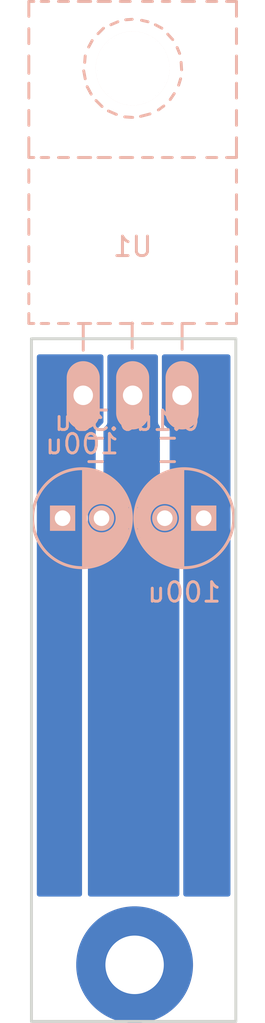
<source format=kicad_pcb>
(kicad_pcb (version 4) (host pcbnew 4.0.1-stable)

  (general
    (links 8)
    (no_connects 0)
    (area 142.399999 84.231999 154.800002 140.100002)
    (thickness 1.6)
    (drawings 4)
    (tracks 1)
    (zones 0)
    (modules 5)
    (nets 4)
  )

  (page A4)
  (layers
    (0 F.Cu signal)
    (31 B.Cu signal)
    (32 B.Adhes user)
    (33 F.Adhes user)
    (34 B.Paste user)
    (35 F.Paste user)
    (36 B.SilkS user)
    (37 F.SilkS user)
    (38 B.Mask user)
    (39 F.Mask user)
    (40 Dwgs.User user)
    (41 Cmts.User user)
    (42 Eco1.User user)
    (43 Eco2.User user)
    (44 Edge.Cuts user)
    (45 Margin user)
    (46 B.CrtYd user)
    (47 F.CrtYd user)
    (48 B.Fab user)
    (49 F.Fab user)
  )

  (setup
    (last_trace_width 0.25)
    (trace_clearance 0.2)
    (zone_clearance 0.2)
    (zone_45_only no)
    (trace_min 0.2)
    (segment_width 0.2)
    (edge_width 0.15)
    (via_size 0.6)
    (via_drill 0.4)
    (via_min_size 0.4)
    (via_min_drill 0.3)
    (user_via 6 3)
    (uvia_size 0.3)
    (uvia_drill 0.1)
    (uvias_allowed no)
    (uvia_min_size 0.2)
    (uvia_min_drill 0.1)
    (pcb_text_width 0.3)
    (pcb_text_size 1.5 1.5)
    (mod_edge_width 0.15)
    (mod_text_size 1 1)
    (mod_text_width 0.15)
    (pad_size 1.524 1.524)
    (pad_drill 0.762)
    (pad_to_mask_clearance 0.2)
    (aux_axis_origin 0 0)
    (visible_elements 7FFFFFFF)
    (pcbplotparams
      (layerselection 0x01000_80000000)
      (usegerberextensions false)
      (excludeedgelayer true)
      (linewidth 0.100000)
      (plotframeref false)
      (viasonmask false)
      (mode 1)
      (useauxorigin false)
      (hpglpennumber 1)
      (hpglpenspeed 20)
      (hpglpendiameter 15)
      (hpglpenoverlay 2)
      (psnegative false)
      (psa4output false)
      (plotreference true)
      (plotvalue true)
      (plotinvisibletext false)
      (padsonsilk false)
      (subtractmaskfromsilk false)
      (outputformat 1)
      (mirror false)
      (drillshape 0)
      (scaleselection 1)
      (outputdirectory ""))
  )

  (net 0 "")
  (net 1 +BATT)
  (net 2 GND)
  (net 3 +12V)

  (net_class Default "これは標準のネット クラスです。"
    (clearance 0.2)
    (trace_width 0.25)
    (via_dia 0.6)
    (via_drill 0.4)
    (uvia_dia 0.3)
    (uvia_drill 0.1)
    (add_net +12V)
    (add_net +BATT)
    (add_net GND)
  )

  (module Capacitors_SMD:C_0603 (layer B.Cu) (tedit 5B33665D) (tstamp 5B3365F0)
    (at 146.6 107.5)
    (descr "Capacitor SMD 0603, reflow soldering, AVX (see smccp.pdf)")
    (tags "capacitor 0603")
    (path /5B33B9B6)
    (attr smd)
    (fp_text reference C1 (at 0 1.9) (layer B.Fab)
      (effects (font (size 1 1) (thickness 0.15)) (justify mirror))
    )
    (fp_text value 0.33u (at 0 -1.5) (layer B.SilkS)
      (effects (font (size 1 1) (thickness 0.15)) (justify mirror))
    )
    (fp_line (start -0.8 -0.4) (end -0.8 0.4) (layer B.Fab) (width 0.15))
    (fp_line (start 0.8 -0.4) (end -0.8 -0.4) (layer B.Fab) (width 0.15))
    (fp_line (start 0.8 0.4) (end 0.8 -0.4) (layer B.Fab) (width 0.15))
    (fp_line (start -0.8 0.4) (end 0.8 0.4) (layer B.Fab) (width 0.15))
    (fp_line (start -1.45 0.75) (end 1.45 0.75) (layer B.CrtYd) (width 0.05))
    (fp_line (start -1.45 -0.75) (end 1.45 -0.75) (layer B.CrtYd) (width 0.05))
    (fp_line (start -1.45 0.75) (end -1.45 -0.75) (layer B.CrtYd) (width 0.05))
    (fp_line (start 1.45 0.75) (end 1.45 -0.75) (layer B.CrtYd) (width 0.05))
    (fp_line (start -0.35 0.6) (end 0.35 0.6) (layer B.SilkS) (width 0.15))
    (fp_line (start 0.35 -0.6) (end -0.35 -0.6) (layer B.SilkS) (width 0.15))
    (pad 1 smd rect (at -0.95 0) (size 1 1.2) (layers B.Cu B.Paste B.Mask)
      (net 1 +BATT))
    (pad 2 smd rect (at 0.93 0) (size 1 1.2) (layers B.Cu B.Paste B.Mask)
      (net 2 GND))
    (model Capacitors_SMD.3dshapes/C_0603.wrl
      (at (xyz 0 0 0))
      (scale (xyz 1 1 1))
      (rotate (xyz 0 0 0))
    )
  )

  (module Capacitors_SMD:C_0603 (layer B.Cu) (tedit 5B336657) (tstamp 5B3365F6)
    (at 150.3 107.5 180)
    (descr "Capacitor SMD 0603, reflow soldering, AVX (see smccp.pdf)")
    (tags "capacitor 0603")
    (path /5B33B958)
    (attr smd)
    (fp_text reference C2 (at 0 1.9 180) (layer B.Fab)
      (effects (font (size 1 1) (thickness 0.15)) (justify mirror))
    )
    (fp_text value 0.1u (at 0 1.5 180) (layer B.SilkS)
      (effects (font (size 1 1) (thickness 0.15)) (justify mirror))
    )
    (fp_line (start -0.8 -0.4) (end -0.8 0.4) (layer B.Fab) (width 0.15))
    (fp_line (start 0.8 -0.4) (end -0.8 -0.4) (layer B.Fab) (width 0.15))
    (fp_line (start 0.8 0.4) (end 0.8 -0.4) (layer B.Fab) (width 0.15))
    (fp_line (start -0.8 0.4) (end 0.8 0.4) (layer B.Fab) (width 0.15))
    (fp_line (start -1.45 0.75) (end 1.45 0.75) (layer B.CrtYd) (width 0.05))
    (fp_line (start -1.45 -0.75) (end 1.45 -0.75) (layer B.CrtYd) (width 0.05))
    (fp_line (start -1.45 0.75) (end -1.45 -0.75) (layer B.CrtYd) (width 0.05))
    (fp_line (start 1.45 0.75) (end 1.45 -0.75) (layer B.CrtYd) (width 0.05))
    (fp_line (start -0.35 0.6) (end 0.35 0.6) (layer B.SilkS) (width 0.15))
    (fp_line (start 0.35 -0.6) (end -0.35 -0.6) (layer B.SilkS) (width 0.15))
    (pad 1 smd rect (at -0.95 0 180) (size 1 1.2) (layers B.Cu B.Paste B.Mask)
      (net 3 +12V))
    (pad 2 smd rect (at 0.93 0 180) (size 1 1.2) (layers B.Cu B.Paste B.Mask)
      (net 2 GND))
    (model Capacitors_SMD.3dshapes/C_0603.wrl
      (at (xyz 0 0 0))
      (scale (xyz 1 1 1))
      (rotate (xyz 0 0 0))
    )
  )

  (module TO_SOT_Packages_THT:TO-220_Neutral123_Horizontal_MountedFromLS_LargePads (layer B.Cu) (tedit 5B3368EF) (tstamp 5B33660A)
    (at 148.5 104.7 180)
    (descr "TO-220, Neutral, Horizontal, Mounted from LS, large pads,")
    (tags "TO-220, Neutral, Horizontal, Mounted from LS, large pads,")
    (path /5B33B815)
    (fp_text reference U1 (at 0 7.62 180) (layer B.SilkS)
      (effects (font (size 1 1) (thickness 0.15)) (justify mirror))
    )
    (fp_text value L7812CV (at -1.016 -8.128 180) (layer B.Fab)
      (effects (font (size 1 1) (thickness 0.15)) (justify mirror))
    )
    (fp_line (start 0.0254 3.7084) (end 0.0254 2.413) (layer B.SilkS) (width 0.15))
    (fp_line (start -2.54 3.6576) (end -2.54 2.3622) (layer B.SilkS) (width 0.15))
    (fp_line (start 2.54 3.6576) (end 2.54 2.3114) (layer B.SilkS) (width 0.15))
    (fp_text user "Mounted from LS!" (at 0 12.7 180) (layer B.Fab)
      (effects (font (size 1 1) (thickness 0.15)) (justify mirror))
    )
    (fp_line (start -0.7874 19.1516) (end -0.4572 19.2278) (layer B.SilkS) (width 0.15))
    (fp_line (start -1.4986 18.8214) (end -1.1684 18.9992) (layer B.SilkS) (width 0.15))
    (fp_line (start -2.0574 18.2372) (end -1.8034 18.5166) (layer B.SilkS) (width 0.15))
    (fp_line (start -2.413 17.526) (end -2.286 17.8308) (layer B.SilkS) (width 0.15))
    (fp_line (start -2.5146 16.6878) (end -2.4892 17.0688) (layer B.SilkS) (width 0.15))
    (fp_line (start -2.3622 15.9004) (end -2.4638 16.2306) (layer B.SilkS) (width 0.15))
    (fp_line (start -1.9304 15.1638) (end -2.1336 15.4686) (layer B.SilkS) (width 0.15))
    (fp_line (start -1.3208 14.6304) (end -1.6002 14.8336) (layer B.SilkS) (width 0.15))
    (fp_line (start -0.4064 14.3002) (end -0.889 14.4272) (layer B.SilkS) (width 0.15))
    (fp_line (start 0.4064 14.2748) (end 0 14.2494) (layer B.SilkS) (width 0.15))
    (fp_line (start 1.2446 14.5796) (end 0.8382 14.4018) (layer B.SilkS) (width 0.15))
    (fp_line (start 1.8796 15.113) (end 1.5748 14.8082) (layer B.SilkS) (width 0.15))
    (fp_line (start 2.3368 15.8242) (end 2.1336 15.4432) (layer B.SilkS) (width 0.15))
    (fp_line (start 2.5146 16.637) (end 2.4384 16.2306) (layer B.SilkS) (width 0.15))
    (fp_line (start 2.4384 17.399) (end 2.4638 17.0688) (layer B.SilkS) (width 0.15))
    (fp_line (start 2.0828 18.1864) (end 2.2606 17.8562) (layer B.SilkS) (width 0.15))
    (fp_line (start 1.4986 18.8214) (end 1.778 18.542) (layer B.SilkS) (width 0.15))
    (fp_line (start 0.762 19.1516) (end 1.1176 18.9992) (layer B.SilkS) (width 0.15))
    (fp_line (start 0.0254 19.2786) (end 0.3556 19.2532) (layer B.SilkS) (width 0.15))
    (fp_line (start -5.334 4.191) (end -5.334 3.683) (layer B.SilkS) (width 0.15))
    (fp_line (start -5.334 5.207) (end -5.334 4.699) (layer B.SilkS) (width 0.15))
    (fp_line (start -5.334 6.35) (end -5.334 5.715) (layer B.SilkS) (width 0.15))
    (fp_line (start -5.334 7.62) (end -5.334 6.858) (layer B.SilkS) (width 0.15))
    (fp_line (start -5.334 9.017) (end -5.334 8.255) (layer B.SilkS) (width 0.15))
    (fp_line (start -5.334 10.287) (end -5.334 9.525) (layer B.SilkS) (width 0.15))
    (fp_line (start -5.334 11.557) (end -5.334 10.922) (layer B.SilkS) (width 0.15))
    (fp_line (start -5.334 13.208) (end -5.334 12.192) (layer B.SilkS) (width 0.15))
    (fp_line (start -5.334 14.605) (end -5.334 13.843) (layer B.SilkS) (width 0.15))
    (fp_line (start -5.334 16.002) (end -5.334 15.24) (layer B.SilkS) (width 0.15))
    (fp_line (start -5.334 17.399) (end -5.334 16.51) (layer B.SilkS) (width 0.15))
    (fp_line (start -5.334 18.796) (end -5.334 18.034) (layer B.SilkS) (width 0.15))
    (fp_line (start -5.334 20.193) (end -5.334 19.431) (layer B.SilkS) (width 0.15))
    (fp_line (start 5.334 4.191) (end 5.334 3.683) (layer B.SilkS) (width 0.15))
    (fp_line (start 5.334 5.207) (end 5.334 4.699) (layer B.SilkS) (width 0.15))
    (fp_line (start 5.334 6.35) (end 5.334 5.715) (layer B.SilkS) (width 0.15))
    (fp_line (start 5.334 7.62) (end 5.334 6.858) (layer B.SilkS) (width 0.15))
    (fp_line (start 5.334 9.017) (end 5.334 8.255) (layer B.SilkS) (width 0.15))
    (fp_line (start 5.334 10.287) (end 5.334 9.525) (layer B.SilkS) (width 0.15))
    (fp_line (start 5.334 11.557) (end 5.334 10.922) (layer B.SilkS) (width 0.15))
    (fp_line (start 5.334 13.208) (end 5.334 12.192) (layer B.SilkS) (width 0.15))
    (fp_line (start 5.334 14.605) (end 5.334 13.843) (layer B.SilkS) (width 0.15))
    (fp_line (start 5.334 16.002) (end 5.334 15.24) (layer B.SilkS) (width 0.15))
    (fp_line (start 5.334 17.399) (end 5.334 16.51) (layer B.SilkS) (width 0.15))
    (fp_line (start 5.334 18.796) (end 5.334 18.034) (layer B.SilkS) (width 0.15))
    (fp_line (start 5.334 20.193) (end 5.334 19.431) (layer B.SilkS) (width 0.15))
    (fp_line (start 5.08 20.193) (end 5.334 20.193) (layer B.SilkS) (width 0.15))
    (fp_line (start 4.318 20.193) (end 4.699 20.193) (layer B.SilkS) (width 0.15))
    (fp_line (start 3.302 20.193) (end 3.81 20.193) (layer B.SilkS) (width 0.15))
    (fp_line (start 2.159 20.193) (end 2.794 20.193) (layer B.SilkS) (width 0.15))
    (fp_line (start 1.143 20.193) (end 1.778 20.193) (layer B.SilkS) (width 0.15))
    (fp_line (start 0.127 20.193) (end 0.635 20.193) (layer B.SilkS) (width 0.15))
    (fp_line (start -1.016 20.193) (end -0.508 20.193) (layer B.SilkS) (width 0.15))
    (fp_line (start -1.905 20.193) (end -1.524 20.193) (layer B.SilkS) (width 0.15))
    (fp_line (start -3.175 20.193) (end -2.54 20.193) (layer B.SilkS) (width 0.15))
    (fp_line (start -4.318 20.193) (end -3.81 20.193) (layer B.SilkS) (width 0.15))
    (fp_line (start -5.334 20.193) (end -4.826 20.193) (layer B.SilkS) (width 0.15))
    (fp_line (start 5.08 12.192) (end 5.334 12.192) (layer B.SilkS) (width 0.15))
    (fp_line (start 4.318 12.192) (end 4.699 12.192) (layer B.SilkS) (width 0.15))
    (fp_line (start 3.302 12.192) (end 3.81 12.192) (layer B.SilkS) (width 0.15))
    (fp_line (start 2.159 12.192) (end 2.794 12.192) (layer B.SilkS) (width 0.15))
    (fp_line (start 1.143 12.192) (end 1.778 12.192) (layer B.SilkS) (width 0.15))
    (fp_line (start 0 12.192) (end 0.635 12.192) (layer B.SilkS) (width 0.15))
    (fp_line (start -1.016 12.192) (end -0.508 12.192) (layer B.SilkS) (width 0.15))
    (fp_line (start -2.032 12.192) (end -1.524 12.192) (layer B.SilkS) (width 0.15))
    (fp_line (start -3.175 12.192) (end -2.54 12.192) (layer B.SilkS) (width 0.15))
    (fp_line (start -4.318 12.192) (end -3.81 12.192) (layer B.SilkS) (width 0.15))
    (fp_line (start -5.334 12.192) (end -4.826 12.192) (layer B.SilkS) (width 0.15))
    (fp_line (start 5.08 3.683) (end 5.334 3.683) (layer B.SilkS) (width 0.15))
    (fp_line (start 4.318 3.683) (end 4.699 3.683) (layer B.SilkS) (width 0.15))
    (fp_line (start 3.302 3.683) (end 3.81 3.683) (layer B.SilkS) (width 0.15))
    (fp_line (start 2.159 3.683) (end 2.794 3.683) (layer B.SilkS) (width 0.15))
    (fp_line (start 1.143 3.683) (end 1.778 3.683) (layer B.SilkS) (width 0.15))
    (fp_line (start 0 3.683) (end 0.635 3.683) (layer B.SilkS) (width 0.15))
    (fp_line (start -1.016 3.683) (end -0.508 3.683) (layer B.SilkS) (width 0.15))
    (fp_line (start -2.032 3.683) (end -1.524 3.683) (layer B.SilkS) (width 0.15))
    (fp_line (start -3.175 3.683) (end -2.54 3.683) (layer B.SilkS) (width 0.15))
    (fp_line (start -4.318 3.683) (end -3.81 3.683) (layer B.SilkS) (width 0.15))
    (fp_line (start -5.334 3.683) (end -4.826 3.683) (layer B.SilkS) (width 0.15))
    (pad 2 thru_hole oval (at 0 0 90) (size 3.50012 1.69926) (drill 1.00076) (layers *.Cu *.Mask B.SilkS)
      (net 2 GND))
    (pad 3 thru_hole oval (at -2.54 0 90) (size 3.50012 1.69926) (drill 1.00076) (layers *.Cu *.Mask B.SilkS)
      (net 3 +12V))
    (pad 1 thru_hole oval (at 2.54 0 90) (size 3.50012 1.69926) (drill 1.00076) (layers *.Cu *.Mask B.SilkS)
      (net 1 +BATT))
    (pad "" np_thru_hole circle (at 0 16.764 90) (size 3.79984 3.79984) (drill 3.79984) (layers *.Cu *.Mask B.SilkS))
    (model TO_SOT_Packages_THT.3dshapes/TO-220_Neutral123_Horizontal_MountedFromLS_LargePads.wrl
      (at (xyz 0 0 0))
      (scale (xyz 0.3937 0.3937 0.3937))
      (rotate (xyz 0 0 0))
    )
  )

  (module Capacitors_ThroughHole:C_Radial_D5_L11_P2 (layer B.Cu) (tedit 5B33690C) (tstamp 5B3366DA)
    (at 152.15 111 180)
    (descr "Radial Electrolytic Capacitor 5mm x Length 11mm, Pitch 2mm")
    (tags "Electrolytic Capacitor")
    (path /5B33C876)
    (fp_text reference C3 (at 1 3.8 180) (layer B.Fab)
      (effects (font (size 1 1) (thickness 0.15)) (justify mirror))
    )
    (fp_text value 100u (at 1 -3.8 180) (layer B.SilkS)
      (effects (font (size 1 1) (thickness 0.15)) (justify mirror))
    )
    (fp_line (start 1.075 2.499) (end 1.075 -2.499) (layer B.SilkS) (width 0.15))
    (fp_line (start 1.215 2.491) (end 1.215 0.154) (layer B.SilkS) (width 0.15))
    (fp_line (start 1.215 -0.154) (end 1.215 -2.491) (layer B.SilkS) (width 0.15))
    (fp_line (start 1.355 2.475) (end 1.355 0.473) (layer B.SilkS) (width 0.15))
    (fp_line (start 1.355 -0.473) (end 1.355 -2.475) (layer B.SilkS) (width 0.15))
    (fp_line (start 1.495 2.451) (end 1.495 0.62) (layer B.SilkS) (width 0.15))
    (fp_line (start 1.495 -0.62) (end 1.495 -2.451) (layer B.SilkS) (width 0.15))
    (fp_line (start 1.635 2.418) (end 1.635 0.712) (layer B.SilkS) (width 0.15))
    (fp_line (start 1.635 -0.712) (end 1.635 -2.418) (layer B.SilkS) (width 0.15))
    (fp_line (start 1.775 2.377) (end 1.775 0.768) (layer B.SilkS) (width 0.15))
    (fp_line (start 1.775 -0.768) (end 1.775 -2.377) (layer B.SilkS) (width 0.15))
    (fp_line (start 1.915 2.327) (end 1.915 0.795) (layer B.SilkS) (width 0.15))
    (fp_line (start 1.915 -0.795) (end 1.915 -2.327) (layer B.SilkS) (width 0.15))
    (fp_line (start 2.055 2.266) (end 2.055 0.798) (layer B.SilkS) (width 0.15))
    (fp_line (start 2.055 -0.798) (end 2.055 -2.266) (layer B.SilkS) (width 0.15))
    (fp_line (start 2.195 2.196) (end 2.195 0.776) (layer B.SilkS) (width 0.15))
    (fp_line (start 2.195 -0.776) (end 2.195 -2.196) (layer B.SilkS) (width 0.15))
    (fp_line (start 2.335 2.114) (end 2.335 0.726) (layer B.SilkS) (width 0.15))
    (fp_line (start 2.335 -0.726) (end 2.335 -2.114) (layer B.SilkS) (width 0.15))
    (fp_line (start 2.475 2.019) (end 2.475 0.644) (layer B.SilkS) (width 0.15))
    (fp_line (start 2.475 -0.644) (end 2.475 -2.019) (layer B.SilkS) (width 0.15))
    (fp_line (start 2.615 1.908) (end 2.615 0.512) (layer B.SilkS) (width 0.15))
    (fp_line (start 2.615 -0.512) (end 2.615 -1.908) (layer B.SilkS) (width 0.15))
    (fp_line (start 2.755 1.78) (end 2.755 0.265) (layer B.SilkS) (width 0.15))
    (fp_line (start 2.755 -0.265) (end 2.755 -1.78) (layer B.SilkS) (width 0.15))
    (fp_line (start 2.895 1.631) (end 2.895 -1.631) (layer B.SilkS) (width 0.15))
    (fp_line (start 3.035 1.452) (end 3.035 -1.452) (layer B.SilkS) (width 0.15))
    (fp_line (start 3.175 1.233) (end 3.175 -1.233) (layer B.SilkS) (width 0.15))
    (fp_line (start 3.315 0.944) (end 3.315 -0.944) (layer B.SilkS) (width 0.15))
    (fp_line (start 3.455 0.472) (end 3.455 -0.472) (layer B.SilkS) (width 0.15))
    (fp_circle (center 2 0) (end 2 0.8) (layer B.SilkS) (width 0.15))
    (fp_circle (center 1 0) (end 1 2.5375) (layer B.SilkS) (width 0.15))
    (fp_circle (center 1 0) (end 1 2.8) (layer B.CrtYd) (width 0.05))
    (pad 1 thru_hole rect (at 0 0 180) (size 1.3 1.3) (drill 0.8) (layers *.Cu *.Mask B.SilkS)
      (net 3 +12V))
    (pad 2 thru_hole circle (at 2 0 180) (size 1.3 1.3) (drill 0.8) (layers *.Cu *.Mask B.SilkS)
      (net 2 GND))
    (model Capacitors_ThroughHole.3dshapes/C_Radial_D5_L11_P2.wrl
      (at (xyz 0 0 0))
      (scale (xyz 1 1 1))
      (rotate (xyz 0 0 0))
    )
  )

  (module Capacitors_ThroughHole:C_Radial_D5_L11_P2 (layer B.Cu) (tedit 5B336903) (tstamp 5B3366DF)
    (at 144.9 111)
    (descr "Radial Electrolytic Capacitor 5mm x Length 11mm, Pitch 2mm")
    (tags "Electrolytic Capacitor")
    (path /5B33C8A2)
    (fp_text reference C4 (at 1 3.8) (layer B.Fab)
      (effects (font (size 1 1) (thickness 0.15)) (justify mirror))
    )
    (fp_text value 100u (at 1 -3.8) (layer B.SilkS)
      (effects (font (size 1 1) (thickness 0.15)) (justify mirror))
    )
    (fp_line (start 1.075 2.499) (end 1.075 -2.499) (layer B.SilkS) (width 0.15))
    (fp_line (start 1.215 2.491) (end 1.215 0.154) (layer B.SilkS) (width 0.15))
    (fp_line (start 1.215 -0.154) (end 1.215 -2.491) (layer B.SilkS) (width 0.15))
    (fp_line (start 1.355 2.475) (end 1.355 0.473) (layer B.SilkS) (width 0.15))
    (fp_line (start 1.355 -0.473) (end 1.355 -2.475) (layer B.SilkS) (width 0.15))
    (fp_line (start 1.495 2.451) (end 1.495 0.62) (layer B.SilkS) (width 0.15))
    (fp_line (start 1.495 -0.62) (end 1.495 -2.451) (layer B.SilkS) (width 0.15))
    (fp_line (start 1.635 2.418) (end 1.635 0.712) (layer B.SilkS) (width 0.15))
    (fp_line (start 1.635 -0.712) (end 1.635 -2.418) (layer B.SilkS) (width 0.15))
    (fp_line (start 1.775 2.377) (end 1.775 0.768) (layer B.SilkS) (width 0.15))
    (fp_line (start 1.775 -0.768) (end 1.775 -2.377) (layer B.SilkS) (width 0.15))
    (fp_line (start 1.915 2.327) (end 1.915 0.795) (layer B.SilkS) (width 0.15))
    (fp_line (start 1.915 -0.795) (end 1.915 -2.327) (layer B.SilkS) (width 0.15))
    (fp_line (start 2.055 2.266) (end 2.055 0.798) (layer B.SilkS) (width 0.15))
    (fp_line (start 2.055 -0.798) (end 2.055 -2.266) (layer B.SilkS) (width 0.15))
    (fp_line (start 2.195 2.196) (end 2.195 0.776) (layer B.SilkS) (width 0.15))
    (fp_line (start 2.195 -0.776) (end 2.195 -2.196) (layer B.SilkS) (width 0.15))
    (fp_line (start 2.335 2.114) (end 2.335 0.726) (layer B.SilkS) (width 0.15))
    (fp_line (start 2.335 -0.726) (end 2.335 -2.114) (layer B.SilkS) (width 0.15))
    (fp_line (start 2.475 2.019) (end 2.475 0.644) (layer B.SilkS) (width 0.15))
    (fp_line (start 2.475 -0.644) (end 2.475 -2.019) (layer B.SilkS) (width 0.15))
    (fp_line (start 2.615 1.908) (end 2.615 0.512) (layer B.SilkS) (width 0.15))
    (fp_line (start 2.615 -0.512) (end 2.615 -1.908) (layer B.SilkS) (width 0.15))
    (fp_line (start 2.755 1.78) (end 2.755 0.265) (layer B.SilkS) (width 0.15))
    (fp_line (start 2.755 -0.265) (end 2.755 -1.78) (layer B.SilkS) (width 0.15))
    (fp_line (start 2.895 1.631) (end 2.895 -1.631) (layer B.SilkS) (width 0.15))
    (fp_line (start 3.035 1.452) (end 3.035 -1.452) (layer B.SilkS) (width 0.15))
    (fp_line (start 3.175 1.233) (end 3.175 -1.233) (layer B.SilkS) (width 0.15))
    (fp_line (start 3.315 0.944) (end 3.315 -0.944) (layer B.SilkS) (width 0.15))
    (fp_line (start 3.455 0.472) (end 3.455 -0.472) (layer B.SilkS) (width 0.15))
    (fp_circle (center 2 0) (end 2 0.8) (layer B.SilkS) (width 0.15))
    (fp_circle (center 1 0) (end 1 2.5375) (layer B.SilkS) (width 0.15))
    (fp_circle (center 1 0) (end 1 2.8) (layer B.CrtYd) (width 0.05))
    (pad 1 thru_hole rect (at 0 0) (size 1.3 1.3) (drill 0.8) (layers *.Cu *.Mask B.SilkS)
      (net 1 +BATT))
    (pad 2 thru_hole circle (at 2 0) (size 1.3 1.3) (drill 0.8) (layers *.Cu *.Mask B.SilkS)
      (net 2 GND))
    (model Capacitors_ThroughHole.3dshapes/C_Radial_D5_L11_P2.wrl
      (at (xyz 0 0 0))
      (scale (xyz 1 1 1))
      (rotate (xyz 0 0 0))
    )
  )

  (gr_line (start 153.8 101.8) (end 143.3 101.8) (angle 90) (layer Edge.Cuts) (width 0.15))
  (gr_line (start 153.8 136.8) (end 153.8 101.8) (angle 90) (layer Edge.Cuts) (width 0.15))
  (gr_line (start 143.3 136.8) (end 143.3 101.8) (angle 90) (layer Edge.Cuts) (width 0.15))
  (gr_line (start 153.8 136.8) (end 143.3 136.8) (angle 90) (layer Edge.Cuts) (width 0.15))

  (via (at 148.6 133.9) (size 6) (drill 3) (layers F.Cu B.Cu) (net 0))

  (zone (net 2) (net_name GND) (layer B.Cu) (tstamp 5B336A2A) (hatch edge 0.508)
    (connect_pads yes (clearance 0.2))
    (min_thickness 0.25)
    (fill yes (arc_segments 16) (thermal_gap 0.508) (thermal_bridge_width 0.508))
    (polygon
      (pts
        (xy 149.9 109.3) (xy 150.9 110.1) (xy 150.9 130.4) (xy 146.2 130.4) (xy 146.2 110.1)
        (xy 147 109.3) (xy 147 106.3) (xy 147.2 106.1) (xy 147.2 102.6) (xy 149.9 102.6)
        (xy 149.9 109.3)
      )
    )
    (filled_polygon
      (pts
        (xy 149.675 106.1) (xy 149.698887 106.222295) (xy 149.77019 106.32981) (xy 149.775 106.33462) (xy 149.775 109.3)
        (xy 149.784848 109.348632) (xy 149.821913 109.397609) (xy 150.775 110.160079) (xy 150.775 130.275) (xy 146.325 130.275)
        (xy 146.325 110.151776) (xy 147.088388 109.388388) (xy 147.115813 109.347037) (xy 147.125 109.3) (xy 147.125 106.43462)
        (xy 147.22981 106.32981) (xy 147.299395 106.226443) (xy 147.315326 106.147771) (xy 147.315813 106.147037) (xy 147.325 106.1)
        (xy 147.325 102.725) (xy 149.675 102.725)
      )
    )
  )
  (zone (net 1) (net_name +BATT) (layer B.Cu) (tstamp 5B336A73) (hatch edge 0.508)
    (priority 1)
    (connect_pads yes (clearance 0.2))
    (min_thickness 0.25)
    (fill yes (arc_segments 16) (thermal_gap 0.508) (thermal_bridge_width 0.508))
    (polygon
      (pts
        (xy 147 106.1) (xy 146.6 106.5) (xy 146.6 109.4) (xy 145.9 110.1) (xy 145.9 130.4)
        (xy 143.3 130.4) (xy 143.3 102.6) (xy 147 102.6) (xy 147 106.1)
      )
    )
    (filled_polygon
      (pts
        (xy 146.875 106.048224) (xy 146.511612 106.411612) (xy 146.484187 106.452963) (xy 146.475 106.5) (xy 146.475 109.348224)
        (xy 145.811612 110.011612) (xy 145.784187 110.052963) (xy 145.775 110.1) (xy 145.775 130.275) (xy 143.7 130.275)
        (xy 143.7 102.725) (xy 146.875 102.725)
      )
    )
  )
  (zone (net 3) (net_name +12V) (layer B.Cu) (tstamp 5B336ABA) (hatch edge 0.508)
    (priority 2)
    (connect_pads yes (clearance 0.2))
    (min_thickness 0.25)
    (fill yes (arc_segments 16) (thermal_gap 0.508) (thermal_bridge_width 0.508))
    (polygon
      (pts
        (xy 153.8 130.4) (xy 151.1 130.4) (xy 151.1 109.9) (xy 150.4 109.3) (xy 150.4 106.5)
        (xy 150 106.1) (xy 150 102.6) (xy 153.8 102.6) (xy 153.8 122.1)
      )
    )
    (filled_polygon
      (pts
        (xy 153.4 130.275) (xy 151.225 130.275) (xy 151.225 109.9) (xy 151.215152 109.851368) (xy 151.181349 109.805093)
        (xy 150.525 109.242508) (xy 150.525 106.5) (xy 150.515152 106.451368) (xy 150.488388 106.411612) (xy 150.125 106.048224)
        (xy 150.125 102.725) (xy 153.4 102.725)
      )
    )
  )
)

</source>
